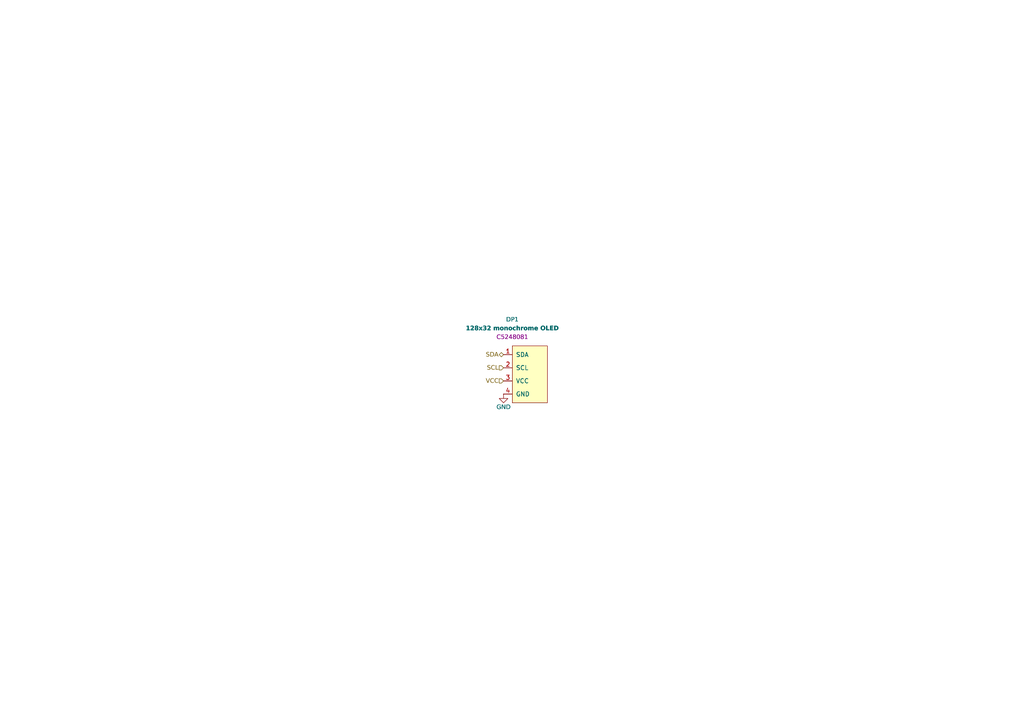
<source format=kicad_sch>
(kicad_sch
	(version 20231120)
	(generator "eeschema")
	(generator_version "8.0")
	(uuid "1b135597-740c-40d4-9fbd-4ed986aa10ab")
	(paper "A4")
	(title_block
		(title "Artsey Ergo")
		(date "2024-12-04")
		(rev "v1.0.0")
		(company "TMShader")
		(comment 9 "Artsey Ergo")
	)
	(lib_symbols
		(symbol "Artsey_Ergo:OLED_128x32"
			(pin_names
				(offset 1.016)
			)
			(exclude_from_sim no)
			(in_bom yes)
			(on_board yes)
			(property "Reference" "DP1"
				(at 0 12.7 0)
				(effects
					(font
						(face "Lexend")
						(size 1.27 1.27)
					)
				)
			)
			(property "Value" "128x32 monochrome OLED"
				(at 0 10.16 0)
				(effects
					(font
						(face "Lexend")
						(size 1.27 1.27)
						(thickness 0.254)
						(bold yes)
					)
				)
			)
			(property "Footprint" "Artsey_Ergo:display_ssd1306"
				(at 0 0 0)
				(effects
					(font
						(size 1.27 1.27)
					)
					(hide yes)
				)
			)
			(property "Datasheet" ""
				(at 0 1.27 0)
				(effects
					(font
						(size 1.27 1.27)
					)
					(hide yes)
				)
			)
			(property "Description" ""
				(at 0 0 0)
				(effects
					(font
						(size 1.27 1.27)
					)
					(hide yes)
				)
			)
			(symbol "OLED_128x32_0_1"
				(rectangle
					(start 0 7.62)
					(end 10.16 -8.89)
					(stroke
						(width 0)
						(type default)
					)
					(fill
						(type background)
					)
				)
			)
			(symbol "OLED_128x32_1_1"
				(pin bidirectional line
					(at -2.54 5.08 0)
					(length 2.54)
					(name "SDA"
						(effects
							(font
								(size 1.27 1.27)
							)
						)
					)
					(number "1"
						(effects
							(font
								(size 1.27 1.27)
							)
						)
					)
				)
				(pin input line
					(at -2.54 1.27 0)
					(length 2.54)
					(name "SCL"
						(effects
							(font
								(size 1.27 1.27)
							)
						)
					)
					(number "2"
						(effects
							(font
								(size 1.27 1.27)
							)
						)
					)
				)
				(pin free line
					(at 5.08 5.08 180)
					(length 5.08) hide
					(name ""
						(effects
							(font
								(size 1.27 1.27)
							)
						)
					)
					(number "21"
						(effects
							(font
								(size 1.27 1.27)
							)
						)
					)
				)
				(pin free line
					(at 5.08 1.27 180)
					(length 5.08) hide
					(name ""
						(effects
							(font
								(size 1.27 1.27)
							)
						)
					)
					(number "22"
						(effects
							(font
								(size 1.27 1.27)
							)
						)
					)
				)
				(pin free line
					(at 5.08 -3.81 180)
					(length 5.08) hide
					(name ""
						(effects
							(font
								(size 1.27 1.27)
							)
						)
					)
					(number "23"
						(effects
							(font
								(size 1.27 1.27)
							)
						)
					)
				)
				(pin free line
					(at 5.08 -7.62 180)
					(length 5.08) hide
					(name ""
						(effects
							(font
								(size 1.27 1.27)
							)
						)
					)
					(number "24"
						(effects
							(font
								(size 1.27 1.27)
							)
						)
					)
				)
				(pin power_in line
					(at -2.54 -2.54 0)
					(length 2.54)
					(name "VCC"
						(effects
							(font
								(size 1.27 1.27)
							)
						)
					)
					(number "3"
						(effects
							(font
								(size 1.27 1.27)
							)
						)
					)
				)
				(pin power_in line
					(at -2.54 -6.35 0)
					(length 2.54)
					(name "GND"
						(effects
							(font
								(size 1.27 1.27)
							)
						)
					)
					(number "4"
						(effects
							(font
								(size 1.27 1.27)
							)
						)
					)
				)
			)
		)
		(symbol "power:GND"
			(power)
			(pin_numbers hide)
			(pin_names
				(offset 0) hide)
			(exclude_from_sim no)
			(in_bom yes)
			(on_board yes)
			(property "Reference" "#PWR"
				(at 0 -6.35 0)
				(effects
					(font
						(size 1.27 1.27)
					)
					(hide yes)
				)
			)
			(property "Value" "GND"
				(at 0 -3.81 0)
				(effects
					(font
						(size 1.27 1.27)
					)
				)
			)
			(property "Footprint" ""
				(at 0 0 0)
				(effects
					(font
						(size 1.27 1.27)
					)
					(hide yes)
				)
			)
			(property "Datasheet" ""
				(at 0 0 0)
				(effects
					(font
						(size 1.27 1.27)
					)
					(hide yes)
				)
			)
			(property "Description" "Power symbol creates a global label with name \"GND\" , ground"
				(at 0 0 0)
				(effects
					(font
						(size 1.27 1.27)
					)
					(hide yes)
				)
			)
			(property "ki_keywords" "global power"
				(at 0 0 0)
				(effects
					(font
						(size 1.27 1.27)
					)
					(hide yes)
				)
			)
			(symbol "GND_0_1"
				(polyline
					(pts
						(xy 0 0) (xy 0 -1.27) (xy 1.27 -1.27) (xy 0 -2.54) (xy -1.27 -1.27) (xy 0 -1.27)
					)
					(stroke
						(width 0)
						(type default)
					)
					(fill
						(type none)
					)
				)
			)
			(symbol "GND_1_1"
				(pin power_in line
					(at 0 0 270)
					(length 0)
					(name "~"
						(effects
							(font
								(size 1.27 1.27)
							)
						)
					)
					(number "1"
						(effects
							(font
								(size 1.27 1.27)
							)
						)
					)
				)
			)
		)
	)
	(text "${SHEETNAME}\n"
		(exclude_from_sim no)
		(at 19.05 25.4 0)
		(effects
			(font
				(face "Lexend")
				(size 8 8)
				(thickness 1.6256)
				(bold yes)
			)
			(justify left top)
		)
		(uuid "f3f8a0ce-9374-497c-aab9-2e1dbce905c4")
	)
	(hierarchical_label "SCL"
		(shape input)
		(at 146.05 106.68 180)
		(fields_autoplaced yes)
		(effects
			(font
				(face "Lexend")
				(size 1.27 1.27)
			)
			(justify right)
		)
		(uuid "0d502f9f-e9bd-4cd9-aa1d-1ec9af039fe4")
	)
	(hierarchical_label "VCC"
		(shape input)
		(at 146.05 110.49 180)
		(fields_autoplaced yes)
		(effects
			(font
				(face "Lexend")
				(size 1.27 1.27)
			)
			(justify right)
		)
		(uuid "9157abee-ad14-4a42-b6a0-952cec58ae87")
	)
	(hierarchical_label "SDA"
		(shape bidirectional)
		(at 146.05 102.87 180)
		(fields_autoplaced yes)
		(effects
			(font
				(face "Lexend")
				(size 1.27 1.27)
			)
			(justify right)
		)
		(uuid "f8b1938a-c2f3-4cdd-993e-47de4fa2d322")
	)
	(symbol
		(lib_id "Artsey_Ergo:OLED_128x32")
		(at 148.59 107.95 0)
		(unit 1)
		(exclude_from_sim no)
		(in_bom yes)
		(on_board yes)
		(dnp no)
		(uuid "4114f7e9-fa92-46e1-8db7-3733d9b8f88b")
		(property "Reference" "DP1"
			(at 148.59 92.71 0)
			(effects
				(font
					(face "Lexend")
					(size 1.27 1.27)
				)
			)
		)
		(property "Value" "128x32 monochrome OLED"
			(at 148.59 95.25 0)
			(effects
				(font
					(face "Lexend")
					(size 1.27 1.27)
					(thickness 0.254)
					(bold yes)
				)
			)
		)
		(property "Footprint" "Artsey_Ergo:display_ssd1306"
			(at 148.59 107.95 0)
			(effects
				(font
					(size 1.27 1.27)
				)
				(hide yes)
			)
		)
		(property "Datasheet" ""
			(at 148.59 106.68 0)
			(effects
				(font
					(size 1.27 1.27)
				)
				(hide yes)
			)
		)
		(property "Description" ""
			(at 148.59 107.95 0)
			(effects
				(font
					(size 1.27 1.27)
				)
				(hide yes)
			)
		)
		(property "LCSC" "C5248081"
			(at 148.59 97.79 0)
			(effects
				(font
					(face "Lexend")
					(size 1.27 1.27)
				)
			)
		)
		(pin "1"
			(uuid "0decf8e9-e64b-4472-ae83-6fe994e4d68d")
		)
		(pin "3"
			(uuid "05282482-5376-44d7-b022-2591c02f0f46")
		)
		(pin "4"
			(uuid "e1f99a29-c0ac-45ff-b272-c02d1a88a213")
		)
		(pin "2"
			(uuid "c4a184a6-5ed2-4e4f-a805-69ea36652c42")
		)
		(pin "21"
			(uuid "01eb8fbb-6134-4d3f-9ae5-88188de5308d")
		)
		(pin "24"
			(uuid "dac6699e-e892-4073-9087-c43d3b51aca7")
		)
		(pin "23"
			(uuid "3e1e9de3-59ad-4a33-8999-5c2f29114980")
		)
		(pin "22"
			(uuid "c3315339-81b9-40b1-980c-609404d50af9")
		)
		(instances
			(project ""
				(path "/b0cc1372-dd77-4c7b-80f4-446de8540008/24081743-b7db-4273-9c5a-be72845f7f51/99e6e873-2591-4ee0-b907-9b8dc0ee8494"
					(reference "DP1")
					(unit 1)
				)
			)
		)
	)
	(symbol
		(lib_id "power:GND")
		(at 146.05 114.3 0)
		(mirror y)
		(unit 1)
		(exclude_from_sim no)
		(in_bom yes)
		(on_board yes)
		(dnp no)
		(uuid "6048938f-bd2c-4a19-beaf-b5a6aad7d879")
		(property "Reference" "#PWR011"
			(at 146.05 120.65 0)
			(effects
				(font
					(size 1.27 1.27)
				)
				(hide yes)
			)
		)
		(property "Value" "GND"
			(at 146.05 118.11 0)
			(effects
				(font
					(face "Lexend")
					(size 1.27 1.27)
				)
			)
		)
		(property "Footprint" ""
			(at 146.05 114.3 0)
			(effects
				(font
					(size 1.27 1.27)
				)
				(hide yes)
			)
		)
		(property "Datasheet" ""
			(at 146.05 114.3 0)
			(effects
				(font
					(size 1.27 1.27)
				)
				(hide yes)
			)
		)
		(property "Description" "Power symbol creates a global label with name \"GND\" , ground"
			(at 146.05 114.3 0)
			(effects
				(font
					(size 1.27 1.27)
				)
				(hide yes)
			)
		)
		(pin "1"
			(uuid "e0005b4e-65f6-4fb9-8389-6b37d1d22077")
		)
		(instances
			(project "artsey_ergo"
				(path "/b0cc1372-dd77-4c7b-80f4-446de8540008/24081743-b7db-4273-9c5a-be72845f7f51/99e6e873-2591-4ee0-b907-9b8dc0ee8494"
					(reference "#PWR011")
					(unit 1)
				)
			)
		)
	)
)

</source>
